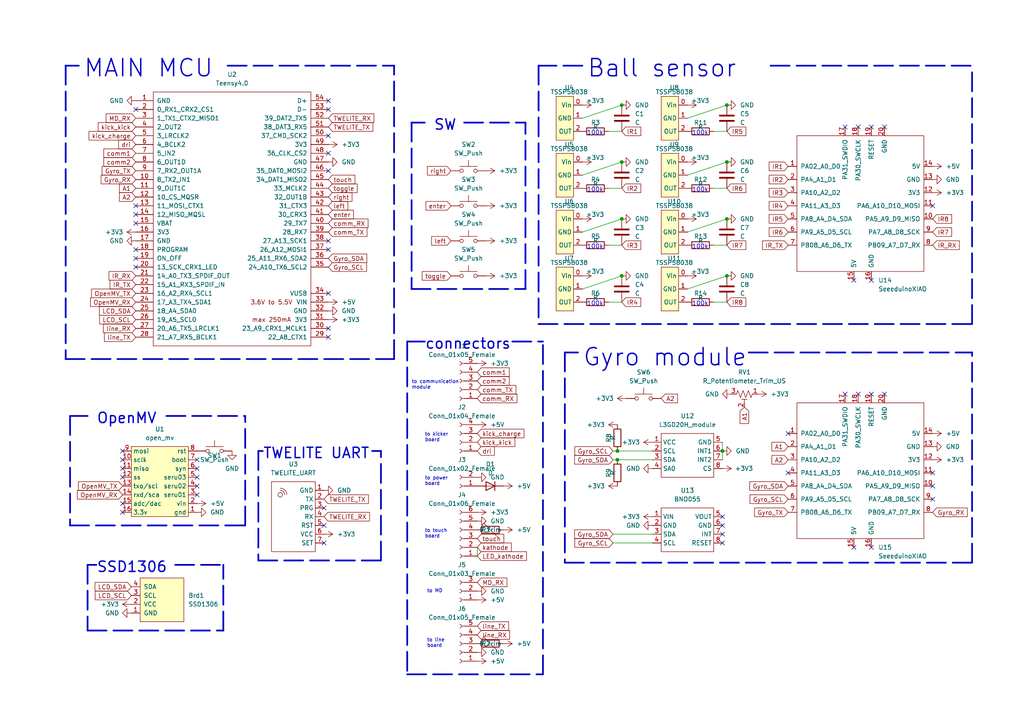
<source format=kicad_sch>
(kicad_sch (version 20211123) (generator eeschema)
  (paper "A4")
  (junction (at 179.07 133.35))
  (junction (at 180.34 46.99))
  (junction (at 210.82 30.48))
  (junction (at 180.34 63.5))
  (junction (at 210.82 46.99))
  (junction (at 179.07 130.81))
  (junction (at 210.82 63.5))
  (junction (at 210.82 80.01))
  (junction (at 209.55 130.81))
  (junction (at 180.34 30.48))
  (junction (at 180.34 80.01))
  (no_connect (at 252.73 158.75))
  (no_connect (at 95.25 49.53))
  (no_connect (at 35.56 133.35))
  (no_connect (at 93.98 157.48))
  (no_connect (at 228.6 125.73))
  (no_connect (at 57.15 133.35))
  (no_connect (at 95.25 31.75))
  (no_connect (at 57.15 135.89))
  (no_connect (at 245.11 36.83))
  (no_connect (at 95.25 29.21))
  (no_connect (at 256.54 36.83))
  (no_connect (at 245.11 114.3))
  (no_connect (at 270.51 144.78))
  (no_connect (at 209.55 149.86))
  (no_connect (at 39.37 59.69))
  (no_connect (at 39.37 72.39))
  (no_connect (at 95.25 95.25))
  (no_connect (at 209.55 152.4))
  (no_connect (at 252.73 36.83))
  (no_connect (at 209.55 154.94))
  (no_connect (at 57.15 140.97))
  (no_connect (at 39.37 74.93))
  (no_connect (at 95.25 69.85))
  (no_connect (at 95.25 44.45))
  (no_connect (at 93.98 152.4))
  (no_connect (at 256.54 114.3))
  (no_connect (at 270.51 137.16))
  (no_connect (at 35.56 146.05))
  (no_connect (at 35.56 148.59))
  (no_connect (at 95.25 39.37))
  (no_connect (at 39.37 62.23))
  (no_connect (at 35.56 135.89))
  (no_connect (at 252.73 81.28))
  (no_connect (at 270.51 140.97))
  (no_connect (at 39.37 77.47))
  (no_connect (at 95.25 97.79))
  (no_connect (at 57.15 138.43))
  (no_connect (at 252.73 114.3))
  (no_connect (at 247.65 158.75))
  (no_connect (at 39.37 64.77))
  (no_connect (at 57.15 143.51))
  (no_connect (at 95.25 85.09))
  (no_connect (at 93.98 147.32))
  (no_connect (at 270.51 59.69))
  (no_connect (at 39.37 31.75))
  (no_connect (at 247.65 81.28))
  (no_connect (at 35.56 138.43))
  (no_connect (at 209.55 157.48))
  (no_connect (at 35.56 130.81))
  (no_connect (at 228.6 137.16))
  (no_connect (at 95.25 72.39))
  (no_connect (at 248.92 114.3))
  (no_connect (at 248.92 36.83))
  (wire (pts (xy 210.82 54.61) (xy 207.01 54.61)))
  (polyline (pts (xy 167.64 102.235) (xy 163.83 102.235)) (stroke (width 0.5)))
  (wire (pts (xy 177.8 157.48) (xy 189.23 157.48)))
  (polyline (pts (xy 64.77 182.88) (xy 64.77 163.83)) (stroke (width 0.5)))
  (wire (pts (xy 180.34 87.63) (xy 176.53 87.63)))
  (wire (pts (xy 209.55 130.81) (xy 209.55 133.35)))
  (polyline (pts (xy 281.94 93.98) (xy 281.94 19.05)) (stroke (width 0.5)))
  (polyline (pts (xy 119.38 83.82) (xy 152.4 83.82)) (stroke (width 0.5)))
  (polyline (pts (xy 20.32 120.65) (xy 20.32 152.4)) (stroke (width 0.5)))
  (polyline (pts (xy 157.48 195.58) (xy 157.48 99.06)) (stroke (width 0.5)))
  (polyline (pts (xy 48.26 120.65) (xy 71.12 120.65)) (stroke (width 0.5)))
  (wire (pts (xy 210.82 71.12) (xy 207.01 71.12)))
  (wire (pts (xy 177.8 130.81) (xy 179.07 130.81)))
  (wire (pts (xy 180.34 38.1) (xy 176.53 38.1)))
  (polyline (pts (xy 76.2 130.81) (xy 74.93 130.81)) (stroke (width 0.5)))
  (wire (pts (xy 177.8 154.94) (xy 189.23 154.94)))
  (wire (pts (xy 210.82 80.01) (xy 199.39 83.82)))
  (wire (pts (xy 138.43 161.29) (xy 138.43 158.75)))
  (polyline (pts (xy 19.05 104.14) (xy 114.3 104.14)) (stroke (width 0.5)))
  (polyline (pts (xy 25.4 120.65) (xy 20.32 120.65)) (stroke (width 0.5)))
  (polyline (pts (xy 148.59 99.06) (xy 157.48 99.06)) (stroke (width 0.5)))
  (wire (pts (xy 209.55 128.27) (xy 209.55 130.81)))
  (polyline (pts (xy 123.19 99.06) (xy 118.11 99.06)) (stroke (width 0.5)))
  (polyline (pts (xy 74.93 130.81) (xy 74.93 162.56)) (stroke (width 0.5)))
  (wire (pts (xy 179.07 130.81) (xy 189.23 130.81)))
  (polyline (pts (xy 74.93 162.56) (xy 110.49 162.56)) (stroke (width 0.5)))
  (polyline (pts (xy 19.05 19.05) (xy 19.05 104.14)) (stroke (width 0.5)))
  (wire (pts (xy 210.82 63.5) (xy 199.39 67.31)))
  (polyline (pts (xy 217.17 102.235) (xy 281.94 102.235)) (stroke (width 0.5)))
  (polyline (pts (xy 152.4 83.82) (xy 152.4 35.56)) (stroke (width 0.5)))
  (polyline (pts (xy 25.4 163.83) (xy 25.4 182.88)) (stroke (width 0.5)))
  (polyline (pts (xy 66.04 19.05) (xy 114.3 19.05)) (stroke (width 0.5)))
  (wire (pts (xy 180.34 71.12) (xy 176.53 71.12)))
  (polyline (pts (xy 119.38 35.56) (xy 123.19 35.56)) (stroke (width 0.5)))
  (wire (pts (xy 210.82 87.63) (xy 207.01 87.63)))
  (polyline (pts (xy 19.05 19.05) (xy 22.86 19.05)) (stroke (width 0.5)))
  (wire (pts (xy 177.8 133.35) (xy 179.07 133.35)))
  (wire (pts (xy 180.34 80.01) (xy 168.91 83.82)))
  (polyline (pts (xy 25.4 182.88) (xy 64.77 182.88)) (stroke (width 0.5)))
  (wire (pts (xy 180.34 46.99) (xy 168.91 50.8)))
  (polyline (pts (xy 134.62 35.56) (xy 152.4 35.56)) (stroke (width 0.5)))
  (polyline (pts (xy 107.95 130.81) (xy 110.49 130.81)) (stroke (width 0.5)))
  (wire (pts (xy 179.07 133.35) (xy 189.23 133.35)))
  (wire (pts (xy 210.82 46.99) (xy 199.39 50.8)))
  (wire (pts (xy 180.34 54.61) (xy 176.53 54.61)))
  (polyline (pts (xy 118.11 195.58) (xy 157.48 195.58)) (stroke (width 0.5)))
  (polyline (pts (xy 119.38 35.56) (xy 119.38 83.82)) (stroke (width 0.5)))
  (polyline (pts (xy 20.32 152.4) (xy 71.12 152.4)) (stroke (width 0.5)))
  (polyline (pts (xy 163.83 102.235) (xy 163.83 163.195)) (stroke (width 0.5)))
  (polyline (pts (xy 168.91 19.05) (xy 156.21 19.05)) (stroke (width 0.5)))
  (polyline (pts (xy 114.3 104.14) (xy 114.3 19.05)) (stroke (width 0.5)))
  (polyline (pts (xy 223.52 19.05) (xy 281.94 19.05)) (stroke (width 0.5)))
  (polyline (pts (xy 110.49 162.56) (xy 110.49 130.81)) (stroke (width 0.5)))
  (polyline (pts (xy 71.12 152.4) (xy 71.12 120.65)) (stroke (width 0.5)))
  (polyline (pts (xy 118.11 99.06) (xy 118.11 195.58)) (stroke (width 0.5)))
  (polyline (pts (xy 163.83 163.195) (xy 281.94 163.195)) (stroke (width 0.5)))
  (wire (pts (xy 210.82 38.1) (xy 207.01 38.1)))
  (polyline (pts (xy 156.21 19.05) (xy 156.21 93.98)) (stroke (width 0.5)))
  (polyline (pts (xy 50.8 163.83) (xy 64.77 163.83)) (stroke (width 0.5)))
  (wire (pts (xy 180.34 30.48) (xy 168.91 34.29)))
  (wire (pts (xy 180.34 63.5) (xy 168.91 67.31)))
  (wire (pts (xy 210.82 30.48) (xy 199.39 34.29)))
  (polyline (pts (xy 281.94 163.195) (xy 281.94 102.235)) (stroke (width 0.5)))
  (polyline (pts (xy 27.94 163.83) (xy 25.4 163.83)) (stroke (width 0.5)))
  (polyline (pts (xy 156.21 93.98) (xy 281.94 93.98)) (stroke (width 0.5)))
  (text "100k" (at 170.18 55.88 0) (effects (font (size 1.27 1.27)) (justify left bottom)))
  (text "100k" (at 200.66 88.9 0) (effects (font (size 1.27 1.27)) (justify left bottom)))
  (text "100k" (at 170.18 39.37 0) (effects (font (size 1.27 1.27)) (justify left bottom)))
  (text "100k" (at 200.66 55.88 0) (effects (font (size 1.27 1.27)) (justify left bottom)))
  (text "connectors" (at 123.19 101.6 0) (effects (font (size 3 3) (thickness 0.4) bold) (justify left bottom)))
  (text "to MD" (at 123.825 172.085 0) (effects (font (size 1 1)) (justify left bottom)))
  (text "TWELITE UART" (at 76.2 133.35 0) (effects (font (size 3 3) (thickness 0.4) bold) (justify left bottom)))
  (text "to kicker\nboard" (at 123.19 128.27 0) (effects (font (size 1 1)) (justify left bottom)))
  (text "100k" (at 170.18 72.39 0) (effects (font (size 1.27 1.27)) (justify left bottom)))
  (text "to power\nboard" (at 123.19 140.97 0) (effects (font (size 1 1)) (justify left bottom)))
  (text "to communication\nmodule" (at 119.38 113.03 0) (effects (font (size 1 1)) (justify left bottom)))
  (text "to line\nboard" (at 123.825 187.96 0) (effects (font (size 1 1)) (justify left bottom)))
  (text "100k" (at 170.18 88.9 0) (effects (font (size 1.27 1.27)) (justify left bottom)))
  (text "100k" (at 200.66 72.39 0) (effects (font (size 1.27 1.27)) (justify left bottom)))
  (text "SSD1306" (at 27.94 166.37 0) (effects (font (size 3 3) (thickness 0.4) bold) (justify left bottom)))
  (text "SW" (at 125.73 38.1 0) (effects (font (size 3 3) (thickness 0.4) bold) (justify left bottom)))
  (text "OpenMV" (at 27.94 123.19 0) (effects (font (size 3 3) (thickness 0.4) bold) (justify left bottom)))
  (text "Gyro module" (at 168.91 106.68 0) (effects (font (size 5 5) (thickness 0.4) bold) (justify left bottom)))
  (text "Ball sensor" (at 170.18 22.86 0) (effects (font (size 5 5) (thickness 0.4) bold) (justify left bottom)))
  (text "MAIN MCU" (at 24.13 22.86 0) (effects (font (size 5 5) (thickness 0.4) bold) (justify left bottom)))
  (text "to touch\nboard" (at 123.19 156.21 0) (effects (font (size 1 1)) (justify left bottom)))
  (text "100k" (at 200.66 39.37 0) (effects (font (size 1.27 1.27)) (justify left bottom)))
  (global_label "Gyro_SDA" (shape input) (at 95.25 74.93 0) (property "Intersheet References" "${INTERSHEET_REFS}" (effects hide)))
  (global_label "A2" (shape input) (at 228.6 133.35 180) (property "Intersheet References" "${INTERSHEET_REFS}" (effects hide)))
  (global_label "LCD_SDA" (shape input) (at 38.1 170.18 180) (property "Intersheet References" "${INTERSHEET_REFS}" (effects hide)))
  (global_label "IR_RX" (shape input) (at 270.51 71.12 0) (property "Intersheet References" "${INTERSHEET_REFS}" (effects hide)))
  (global_label "IR4" (shape input) (at 228.6 59.69 180) (property "Intersheet References" "${INTERSHEET_REFS}" (effects hide)))
  (global_label "LCD_SDA" (shape input) (at 39.37 90.17 180) (property "Intersheet References" "${INTERSHEET_REFS}" (effects hide)))
  (global_label "IR4" (shape input) (at 180.34 87.63 0) (property "Intersheet References" "${INTERSHEET_REFS}" (effects hide)))
  (global_label "right" (shape input) (at 95.25 57.15 0) (property "Intersheet References" "${INTERSHEET_REFS}" (effects hide)))
  (global_label "OpenMV_TX" (shape input) (at 35.56 140.97 180) (property "Intersheet References" "${INTERSHEET_REFS}" (effects hide)))
  (global_label "Gyro_RX" (shape input) (at 39.37 52.07 180) (property "Intersheet References" "${INTERSHEET_REFS}" (effects hide)))
  (global_label "line_RX" (shape input) (at 39.37 95.25 180) (property "Intersheet References" "${INTERSHEET_REFS}" (effects hide)))
  (global_label "IR1" (shape input) (at 180.34 38.1 0) (property "Intersheet References" "${INTERSHEET_REFS}" (effects hide)))
  (global_label "A1" (shape input) (at 39.37 54.61 180) (property "Intersheet References" "${INTERSHEET_REFS}" (effects hide)))
  (global_label "toggle" (shape input) (at 130.81 80.01 180) (property "Intersheet References" "${INTERSHEET_REFS}" (effects hide)))
  (global_label "TWELITE_TX" (shape input) (at 93.98 144.78 0) (property "Intersheet References" "${INTERSHEET_REFS}" (effects hide)))
  (global_label "IR3" (shape input) (at 228.6 55.88 180) (property "Intersheet References" "${INTERSHEET_REFS}" (effects hide)))
  (global_label "IR6" (shape input) (at 228.6 67.31 180) (property "Intersheet References" "${INTERSHEET_REFS}" (effects hide)))
  (global_label "comm1" (shape input) (at 39.37 44.45 180) (property "Intersheet References" "${INTERSHEET_REFS}" (effects hide)))
  (global_label "left" (shape input) (at 95.25 59.69 0) (property "Intersheet References" "${INTERSHEET_REFS}" (effects hide)))
  (global_label "comm2" (shape input) (at 138.43 110.49 0) (property "Intersheet References" "${INTERSHEET_REFS}" (effects hide)))
  (global_label "A1" (shape input) (at 215.9 118.11 270) (property "Intersheet References" "${INTERSHEET_REFS}" (effects hide)))
  (global_label "comm_RX" (shape input) (at 95.25 64.77 0) (property "Intersheet References" "${INTERSHEET_REFS}" (effects hide)))
  (global_label "OpenMV_TX" (shape input) (at 39.37 85.09 180) (property "Intersheet References" "${INTERSHEET_REFS}" (effects hide)))
  (global_label "IR8" (shape input) (at 210.82 87.63 0) (property "Intersheet References" "${INTERSHEET_REFS}" (effects hide)))
  (global_label "Gyro_RX" (shape input) (at 270.51 148.59 0) (property "Intersheet References" "${INTERSHEET_REFS}" (effects hide)))
  (global_label "TWELITE_RX" (shape input) (at 93.98 149.86 0) (property "Intersheet References" "${INTERSHEET_REFS}" (effects hide)))
  (global_label "enter" (shape input) (at 95.25 62.23 0) (property "Intersheet References" "${INTERSHEET_REFS}" (effects hide)))
  (global_label "MD_RX" (shape input) (at 39.37 34.29 180) (property "Intersheet References" "${INTERSHEET_REFS}" (effects hide)))
  (global_label "Gyro_SDA" (shape input) (at 228.6 140.97 180) (property "Intersheet References" "${INTERSHEET_REFS}" (effects hide)))
  (global_label "A2" (shape input) (at 191.77 115.57 0) (property "Intersheet References" "${INTERSHEET_REFS}" (effects hide)))
  (global_label "Gyro_SDA" (shape input) (at 177.8 154.94 180) (property "Intersheet References" "${INTERSHEET_REFS}" (effects hide)))
  (global_label "IR_TX" (shape input) (at 39.37 82.55 180) (property "Intersheet References" "${INTERSHEET_REFS}" (effects hide)))
  (global_label "IR8" (shape input) (at 270.51 63.5 0) (property "Intersheet References" "${INTERSHEET_REFS}" (effects hide)))
  (global_label "right" (shape input) (at 130.81 49.53 180) (property "Intersheet References" "${INTERSHEET_REFS}" (effects hide)))
  (global_label "IR6" (shape input) (at 210.82 54.61 0) (property "Intersheet References" "${INTERSHEET_REFS}" (effects hide)))
  (global_label "Gyro_SDA" (shape input) (at 177.8 133.35 180) (property "Intersheet References" "${INTERSHEET_REFS}" (effects hide)))
  (global_label "enter" (shape input) (at 130.81 59.69 180) (property "Intersheet References" "${INTERSHEET_REFS}" (effects hide)))
  (global_label "IR7" (shape input) (at 270.51 67.31 0) (property "Intersheet References" "${INTERSHEET_REFS}" (effects hide)))
  (global_label "IR2" (shape input) (at 180.34 54.61 0) (property "Intersheet References" "${INTERSHEET_REFS}" (effects hide)))
  (global_label "comm2" (shape input) (at 39.37 46.99 180) (property "Intersheet References" "${INTERSHEET_REFS}" (effects hide)))
  (global_label "IR5" (shape input) (at 210.82 38.1 0) (property "Intersheet References" "${INTERSHEET_REFS}" (effects hide)))
  (global_label "dri" (shape input) (at 138.43 130.81 0) (property "Intersheet References" "${INTERSHEET_REFS}" (effects hide)))
  (global_label "comm_TX" (shape input) (at 138.43 113.03 0) (property "Intersheet References" "${INTERSHEET_REFS}" (effects hide)))
  (global_label "touch" (shape input) (at 95.25 52.07 0) (property "Intersheet References" "${INTERSHEET_REFS}" (effects hide)))
  (global_label "dri" (shape input) (at 39.37 41.91 180) (property "Intersheet References" "${INTERSHEET_REFS}" (effects hide)))
  (global_label "IR3" (shape input) (at 180.34 71.12 0) (property "Intersheet References" "${INTERSHEET_REFS}" (effects hide)))
  (global_label "LED_kathode" (shape input) (at 138.43 161.29 0) (property "Intersheet References" "${INTERSHEET_REFS}" (effects hide)))
  (global_label "touch" (shape input) (at 138.43 156.21 0) (property "Intersheet References" "${INTERSHEET_REFS}" (effects hide)))
  (global_label "IR5" (shape input) (at 228.6 63.5 180) (property "Intersheet References" "${INTERSHEET_REFS}" (effects hide)))
  (global_label "TWELITE_RX" (shape input) (at 95.25 34.29 0) (property "Intersheet References" "${INTERSHEET_REFS}" (effects hide)))
  (global_label "IR_RX" (shape input) (at 39.37 80.01 180) (property "Intersheet References" "${INTERSHEET_REFS}" (effects hide)))
  (global_label "toggle" (shape input) (at 95.25 54.61 0) (property "Intersheet References" "${INTERSHEET_REFS}" (effects hide)))
  (global_label "comm_TX" (shape input) (at 95.25 67.31 0) (property "Intersheet References" "${INTERSHEET_REFS}" (effects hide)))
  (global_label "kick_charge" (shape input) (at 39.37 39.37 180) (property "Intersheet References" "${INTERSHEET_REFS}" (effects hide)))
  (global_label "kathode" (shape input) (at 138.43 158.75 0) (property "Intersheet References" "${INTERSHEET_REFS}" (effects hide)))
  (global_label "kick_charge" (shape input) (at 138.43 125.73 0) (property "Intersheet References" "${INTERSHEET_REFS}" (effects hide)))
  (global_label "Gyro_TX" (shape input) (at 39.37 49.53 180) (property "Intersheet References" "${INTERSHEET_REFS}" (effects hide)))
  (global_label "Gyro_SCL" (shape input) (at 177.8 130.81 180) (property "Intersheet References" "${INTERSHEET_REFS}" (effects hide)))
  (global_label "Gyro_TX" (shape input) (at 228.6 148.59 180) (property "Intersheet References" "${INTERSHEET_REFS}" (effects hide)))
  (global_label "IR7" (shape input) (at 210.82 71.12 0) (property "Intersheet References" "${INTERSHEET_REFS}" (effects hide)))
  (global_label "OpenMV_RX" (shape input) (at 35.56 143.51 180) (property "Intersheet References" "${INTERSHEET_REFS}" (effects hide)))
  (global_label "line_RX" (shape input) (at 138.43 184.15 0) (property "Intersheet References" "${INTERSHEET_REFS}" (effects hide)))
  (global_label "A1" (shape input) (at 228.6 129.54 180) (property "Intersheet References" "${INTERSHEET_REFS}" (effects hide)))
  (global_label "IR_TX" (shape input) (at 228.6 71.12 180) (property "Intersheet References" "${INTERSHEET_REFS}" (effects hide)))
  (global_label "LCD_SCL" (shape input) (at 39.37 92.71 180) (property "Intersheet References" "${INTERSHEET_REFS}" (effects hide)))
  (global_label "line_TX" (shape input) (at 39.37 97.79 180) (property "Intersheet References" "${INTERSHEET_REFS}" (effects hide)))
  (global_label "IR2" (shape input) (at 228.6 52.07 180) (property "Intersheet References" "${INTERSHEET_REFS}" (effects hide)))
  (global_label "OpenMV_RX" (shape input) (at 39.37 87.63 180) (property "Intersheet References" "${INTERSHEET_REFS}" (effects hide)))
  (global_label "Gyro_SCL" (shape input) (at 177.8 157.48 180) (property "Intersheet References" "${INTERSHEET_REFS}" (effects hide)))
  (global_label "TWELITE_TX" (shape input) (at 95.25 36.83 0) (property "Intersheet References" "${INTERSHEET_REFS}" (effects hide)))
  (global_label "comm1" (shape input) (at 138.43 107.95 0) (property "Intersheet References" "${INTERSHEET_REFS}" (effects hide)))
  (global_label "comm_RX" (shape input) (at 138.43 115.57 0) (property "Intersheet References" "${INTERSHEET_REFS}" (effects hide)))
  (global_label "line_TX" (shape input) (at 138.43 181.61 0) (property "Intersheet References" "${INTERSHEET_REFS}" (effects hide)))
  (global_label "A2" (shape input) (at 39.37 57.15 180) (property "Intersheet References" "${INTERSHEET_REFS}" (effects hide)))
  (global_label "IR1" (shape input) (at 228.6 48.26 180) (property "Intersheet References" "${INTERSHEET_REFS}" (effects hide)))
  (global_label "Gyro_SCL" (shape input) (at 95.25 77.47 0) (property "Intersheet References" "${INTERSHEET_REFS}" (effects hide)))
  (global_label "Gyro_SCL" (shape input) (at 228.6 144.78 180) (property "Intersheet References" "${INTERSHEET_REFS}" (effects hide)))
  (global_label "left" (shape input) (at 130.81 69.85 180) (property "Intersheet References" "${INTERSHEET_REFS}" (effects hide)))
  (global_label "kick_kick" (shape input) (at 39.37 36.83 180) (property "Intersheet References" "${INTERSHEET_REFS}" (effects hide)))
  (global_label "LCD_SCL" (shape input) (at 38.1 172.72 180) (property "Intersheet References" "${INTERSHEET_REFS}" (effects hide)))
  (global_label "MD_RX" (shape input) (at 138.43 168.91 0) (property "Intersheet References" "${INTERSHEET_REFS}" (effects hide)))
  (global_label "kick_kick" (shape input) (at 138.43 128.27 0) (property "Intersheet References" "${INTERSHEET_REFS}" (effects hide)))
  (symbol (lib_id "power:+3V3") (at 179.07 123.19 90) (unit 1)
    (property "Reference" "#PWR0107" (effects hide))
    (property "Value" "+3V3" (at 170.18 123.19 90) (effects (justify right)))
  )
  (symbol (lib_id "L3GD20H_Module_KiCad6.0:L3GD20H_module") (at 199.39 133.35 0) (unit 1)
    (property "Reference" "U12" (at 199.39 120.65 0))
    (property "Value" "L3GD20H_module" (at 199.39 123.19 0))
    (property "Footprint" "L3GD20H_Module:L3GD20H_Module_KiCad6.0" (effects hide))
  )
  (symbol (lib_id "Device:C") (at 180.34 34.29 0) (unit 1)
    (property "Reference" "C1" (at 184.15 33.0199 0) (effects (justify left)))
    (property "Value" "C" (at 184.15 35.5599 0) (effects (justify left)))
    (property "Footprint" "Capacitor_THT:C_Disc_D3.4mm_W2.1mm_P2.50mm" (effects hide))
  )
  (symbol (lib_id "open_mv:open_mv") (at 46.99 129.54 0) (unit 1)
    (property "Reference" "U1" (at 46.355 124.46 0))
    (property "Value" "open_mv" (at 46.355 127 0))
    (property "Footprint" "OpenMV:OpenMV" (effects hide))
  )
  (symbol (lib_id "power:+3V3") (at 270.51 133.35 270) (unit 1)
    (property "Reference" "#PWR0118" (effects hide))
    (property "Value" "+3V3" (at 274.32 133.3499 90) (effects (justify left)))
  )
  (symbol (lib_id "power:GND") (at 210.82 46.99 90) (unit 1)
    (property "Reference" "#PWR0130" (effects hide))
    (property "Value" "GND" (at 214.63 46.9899 90) (effects (justify right)))
  )
  (symbol (lib_id "Seeeduino XIAO:SeeeduinoXIAO") (at 250.19 59.69 0) (unit 1)
    (property "Reference" "U14" (at 254.7494 81.28 0) (effects (justify left)))
    (property "Value" "SeeeduinoXIAO" (at 254.7494 83.82 0) (effects (justify left)))
    (property "Footprint" "Seeeduino_Xiao:seeeduinoXIAO" (effects hide))
  )
  (symbol (lib_id "TSSP58038:TSSP58038") (at 196.85 34.29 90) (unit 1)
    (property "Reference" "U8" (at 195.58 25.4 90))
    (property "Value" "TSSP58038" (at 195.58 26.67 90))
    (property "Footprint" "TSSP58038:TSSP58038" (effects hide))
  )
  (symbol (lib_id "SSD1306-128x64_OLED:SSD1306") (at 46.99 173.99 90) (unit 1)
    (property "Reference" "Brd1" (at 54.61 172.7199 90) (effects (justify right)))
    (property "Value" "SSD1306" (at 54.61 175.2599 90) (effects (justify right)))
    (property "Footprint" "Connector_PinSocket_2.54mm:PinSocket_1x04_P2.54mm_Vertical" (effects hide))
  )
  (symbol (lib_id "power:GND") (at 95.25 46.99 90) (unit 1)
    (property "Reference" "#PWR0141" (effects hide))
    (property "Value" "GND" (at 99.06 46.9899 90) (effects (justify right)))
  )
  (symbol (lib_id "TSSP58038:TSSP58038") (at 196.85 50.8 90) (unit 1)
    (property "Reference" "U9" (at 195.58 41.91 90))
    (property "Value" "TSSP58038" (at 195.58 43.18 90))
    (property "Footprint" "TSSP58038:TSSP58038" (effects hide))
  )
  (symbol (lib_id "Switch:SW_Push") (at 135.89 80.01 0) (unit 1)
    (property "Reference" "SW5" (at 135.89 72.39 0))
    (property "Value" "SW_Push" (at 135.89 74.93 0))
    (property "Footprint" "Connector_PinHeader_2.54mm:PinHeader_1x02_P2.54mm_Vertical" (effects hide))
  )
  (symbol (lib_id "power:+3V3") (at 138.43 148.59 270) (unit 1)
    (property "Reference" "#PWR0164" (effects hide))
    (property "Value" "+3V3" (at 142.24 148.5899 90) (effects (justify left)))
  )
  (symbol (lib_id "power:+3V3") (at 95.25 92.71 270) (unit 1)
    (property "Reference" "#PWR0144" (effects hide))
    (property "Value" "+3V3" (at 99.06 92.7099 90) (effects (justify left)))
  )
  (symbol (lib_id "Switch:SW_Push") (at 135.89 69.85 0) (unit 1)
    (property "Reference" "SW4" (at 135.89 62.23 0))
    (property "Value" "SW_Push" (at 135.89 64.77 0))
    (property "Footprint" "Button_Switch_THT:SW_PUSH_6mm_H7.3mm" (effects hide))
  )
  (symbol (lib_id "Switch:SW_Push") (at 135.89 49.53 0) (unit 1)
    (property "Reference" "SW2" (at 135.89 41.91 0))
    (property "Value" "SW_Push" (at 135.89 44.45 0))
    (property "Footprint" "Button_Switch_THT:SW_PUSH_6mm_H7.3mm" (effects hide))
  )
  (symbol (lib_id "power:+3V3") (at 138.43 105.41 270) (unit 1)
    (property "Reference" "#PWR0109" (effects hide))
    (property "Value" "+3V3" (at 142.24 105.4099 90) (effects (justify left)))
  )
  (symbol (lib_id "Device:R") (at 172.72 71.12 90) (unit 1)
    (property "Reference" "R5" (at 172.72 68.58 90))
    (property "Value" "R" (at 172.72 69.85 90))
    (property "Footprint" "Resistor_THT:R_Axial_DIN0207_L6.3mm_D2.5mm_P7.62mm_Horizontal" (effects hide))
  )
  (symbol (lib_id "power:+3V3") (at 140.97 80.01 270) (unit 1)
    (property "Reference" "#PWR0154" (effects hide))
    (property "Value" "+3V3" (at 144.78 80.0099 90) (effects (justify left)))
  )
  (symbol (lib_id "power:GND") (at 210.82 80.01 90) (unit 1)
    (property "Reference" "#PWR0135" (effects hide))
    (property "Value" "GND" (at 214.63 80.0099 90) (effects (justify right)))
  )
  (symbol (lib_id "Device:R") (at 203.2 87.63 90) (unit 1)
    (property "Reference" "R14" (at 203.2 85.09 90))
    (property "Value" "R" (at 203.2 86.36 90))
    (property "Footprint" "Resistor_THT:R_Axial_DIN0207_L6.3mm_D2.5mm_P7.62mm_Horizontal" (effects hide))
  )
  (symbol (lib_id "power:+3V3") (at 199.39 80.01 270) (unit 1)
    (property "Reference" "#PWR0134" (effects hide))
    (property "Value" "+3V3" (at 205.74 78.74 90) (effects (justify right)))
  )
  (symbol (lib_id "Connector:Conn_01x02_Female") (at 133.35 140.97 180) (unit 1)
    (property "Reference" "J3" (at 133.985 133.35 0))
    (property "Value" "Conn_01x02_Female" (at 133.985 135.89 0))
    (property "Footprint" "Connector_JST:JST_XH_B2B-XH-A_1x02_P2.50mm_Vertical" (effects hide))
  )
  (symbol (lib_id "Device:R") (at 203.2 38.1 90) (unit 1)
    (property "Reference" "R11" (at 203.2 35.56 90))
    (property "Value" "R" (at 203.2 36.83 90))
    (property "Footprint" "Resistor_THT:R_Axial_DIN0207_L6.3mm_D2.5mm_P7.62mm_Horizontal" (effects hide))
  )
  (symbol (lib_id "Device:R") (at 172.72 54.61 90) (unit 1)
    (property "Reference" "R4" (at 172.72 52.07 90))
    (property "Value" "R" (at 172.72 53.34 90))
    (property "Footprint" "Resistor_THT:R_Axial_DIN0207_L6.3mm_D2.5mm_P7.62mm_Horizontal" (effects hide))
  )
  (symbol (lib_id "Device:C") (at 210.82 83.82 0) (unit 1)
    (property "Reference" "C8" (at 214.63 82.5499 0) (effects (justify left)))
    (property "Value" "C" (at 214.63 85.0899 0) (effects (justify left)))
    (property "Footprint" "Capacitor_THT:C_Disc_D3.4mm_W2.1mm_P2.50mm" (effects hide))
  )
  (symbol (lib_id "Device:R_Trim") (at 142.24 153.67 90) (unit 1)
    (property "Reference" "R1" (at 140.97 153.67 90))
    (property "Value" "R_Trim" (at 142.24 153.67 90))
    (property "Footprint" "可変抵抗:可変抵抗" (effects hide))
  )
  (symbol (lib_id "Switch:SW_Push") (at 135.89 59.69 0) (unit 1)
    (property "Reference" "SW3" (at 135.89 52.07 0))
    (property "Value" "SW_Push" (at 135.89 54.61 0))
    (property "Footprint" "Button_Switch_THT:SW_PUSH_6mm_H7.3mm" (effects hide))
  )
  (symbol (lib_id "power:+5V") (at 146.05 153.67 270) (unit 1)
    (property "Reference" "#PWR0160" (effects hide))
    (property "Value" "+5V" (at 149.86 153.6699 90) (effects (justify left)))
  )
  (symbol (lib_id "power:+3V3") (at 38.1 175.26 90) (unit 1)
    (property "Reference" "#PWR0149" (effects hide))
    (property "Value" "+3V3" (at 29.21 175.26 90) (effects (justify right)))
  )
  (symbol (lib_id "Device:R_Trim") (at 142.24 186.69 90) (unit 1)
    (property "Reference" "R2" (at 140.97 186.69 90))
    (property "Value" "R_Trim" (at 142.24 186.69 90))
    (property "Footprint" "可変抵抗:可変抵抗" (effects hide))
  )
  (symbol (lib_id "Connector:Conn_01x06_Female") (at 133.35 156.21 180) (unit 1)
    (property "Reference" "J4" (at 133.985 143.51 0))
    (property "Value" "Conn_01x06_Female" (at 133.985 146.05 0))
    (property "Footprint" "Connector_JST:JST_XH_B6B-XH-A_1x06_P2.50mm_Vertical" (effects hide))
  )
  (symbol (lib_id "power:GND") (at 210.82 30.48 90) (unit 1)
    (property "Reference" "#PWR0129" (effects hide))
    (property "Value" "GND" (at 214.63 30.4799 90) (effects (justify right)))
  )
  (symbol (lib_id "Device:D") (at 142.24 140.97 180) (unit 1)
    (property "Reference" "D1" (at 142.24 134.62 0))
    (property "Value" "D" (at 142.24 137.16 0))
    (property "Footprint" "Diode_THT:D_5W_P12.70mm_Horizontal" (effects hide))
  )
  (symbol (lib_id "Device:R") (at 179.07 127 180) (unit 1)
    (property "Reference" "R8" (at 176.53 127 90))
    (property "Value" "R" (at 177.8 127 90))
    (property "Footprint" "Resistor_THT:R_Axial_DIN0207_L6.3mm_D2.5mm_P7.62mm_Horizontal" (effects hide))
  )
  (symbol (lib_id "Device:R") (at 172.72 87.63 90) (unit 1)
    (property "Reference" "R6" (at 172.72 85.09 90))
    (property "Value" "R" (at 172.72 86.36 90))
    (property "Footprint" "Resistor_THT:R_Axial_DIN0207_L6.3mm_D2.5mm_P7.62mm_Horizontal" (effects hide))
  )
  (symbol (lib_id "power:GND") (at 138.43 138.43 90) (unit 1)
    (property "Reference" "#PWR0158" (effects hide))
    (property "Value" "GND" (at 142.24 138.4299 90) (effects (justify right)))
  )
  (symbol (lib_id "power:GND") (at 39.37 69.85 270) (unit 1)
    (property "Reference" "#PWR0136" (effects hide))
    (property "Value" "GND" (at 31.75 69.85 90) (effects (justify left)))
  )
  (symbol (lib_id "power:+3V3") (at 179.07 140.97 90) (unit 1)
    (property "Reference" "#PWR0110" (effects hide))
    (property "Value" "+3V3" (at 170.18 140.97 90) (effects (justify right)))
  )
  (symbol (lib_id "power:GND") (at 93.98 142.24 90) (unit 1)
    (property "Reference" "#PWR0139" (effects hide))
    (property "Value" "GND" (at 97.79 142.2399 90) (effects (justify right)))
  )
  (symbol (lib_id "Switch:SW_Push") (at 62.23 130.81 0) (unit 1)
    (property "Reference" "SW1" (at 62.23 132.08 0))
    (property "Value" "SW_Push" (at 62.23 133.35 0))
    (property "Footprint" "Button_Switch_THT:SW_PUSH_6mm_H7.3mm" (effects hide))
  )
  (symbol (lib_id "Device:C") (at 180.34 50.8 0) (unit 1)
    (property "Reference" "C2" (at 184.15 49.5299 0) (effects (justify left)))
    (property "Value" "C" (at 184.15 52.0699 0) (effects (justify left)))
    (property "Footprint" "Capacitor_THT:C_Disc_D3.4mm_W2.1mm_P2.50mm" (effects hide))
  )
  (symbol (lib_id "power:+3V3") (at 181.61 115.57 90) (unit 1)
    (property "Reference" "#PWR0105" (effects hide))
    (property "Value" "+3V3" (at 172.72 115.57 90) (effects (justify right)))
  )
  (symbol (lib_id "power:GND") (at 209.55 130.81 90) (unit 1)
    (property "Reference" "#PWR0115" (effects hide))
    (property "Value" "GND" (at 213.36 130.8099 90) (effects (justify right)))
  )
  (symbol (lib_id "Device:C") (at 180.34 83.82 0) (unit 1)
    (property "Reference" "C4" (at 184.15 82.5499 0) (effects (justify left)))
    (property "Value" "C" (at 184.15 85.0899 0) (effects (justify left)))
    (property "Footprint" "Capacitor_THT:C_Disc_D3.4mm_W2.1mm_P2.50mm" (effects hide))
  )
  (symbol (lib_id "Device:C") (at 210.82 34.29 0) (unit 1)
    (property "Reference" "C5" (at 214.63 33.0199 0) (effects (justify left)))
    (property "Value" "C" (at 214.63 35.5599 0) (effects (justify left)))
    (property "Footprint" "Capacitor_THT:C_Disc_D3.4mm_W2.1mm_P2.50mm" (effects hide))
  )
  (symbol (lib_id "power:+3V3") (at 270.51 55.88 270) (unit 1)
    (property "Reference" "#PWR0101" (effects hide))
    (property "Value" "+3V3" (at 274.32 55.8799 90) (effects (justify left)))
  )
  (symbol (lib_id "power:+5V") (at 270.51 125.73 270) (unit 1)
    (property "Reference" "#PWR0119" (effects hide))
    (property "Value" "+5V" (at 274.32 125.7299 90) (effects (justify left)))
  )
  (symbol (lib_id "power:GND") (at 180.34 63.5 90) (unit 1)
    (property "Reference" "#PWR0125" (effects hide))
    (property "Value" "GND" (at 184.15 63.4999 90) (effects (justify right)))
  )
  (symbol (lib_id "power:GND") (at 189.23 152.4 270) (unit 1)
    (property "Reference" "#PWR0112" (effects hide))
    (property "Value" "GND" (at 181.61 152.4 90) (effects (justify left)))
  )
  (symbol (lib_id "power:GND") (at 180.34 80.01 90) (unit 1)
    (property "Reference" "#PWR0121" (effects hide))
    (property "Value" "GND" (at 184.15 80.0099 90) (effects (justify right)))
  )
  (symbol (lib_id "power:+3V3") (at 168.91 63.5 270) (unit 1)
    (property "Reference" "#PWR0126" (effects hide))
    (property "Value" "+3V3" (at 175.26 62.23 90) (effects (justify right)))
  )
  (symbol (lib_id "power:+3V3") (at 140.97 49.53 270) (unit 1)
    (property "Reference" "#PWR0147" (effects hide))
    (property "Value" "+3V3" (at 144.78 49.5299 90) (effects (justify left)))
  )
  (symbol (lib_id "Device:C") (at 210.82 50.8 0) (unit 1)
    (property "Reference" "C6" (at 214.63 49.5299 0) (effects (justify left)))
    (property "Value" "C" (at 214.63 52.0699 0) (effects (justify left)))
    (property "Footprint" "Capacitor_THT:C_Disc_D3.4mm_W2.1mm_P2.50mm" (effects hide))
  )
  (symbol (lib_id "TSSP58038:TSSP58038") (at 196.85 67.31 90) (unit 1)
    (property "Reference" "U10" (at 195.58 58.42 90))
    (property "Value" "TSSP58038" (at 195.58 59.69 90))
    (property "Footprint" "TSSP58038:TSSP58038" (effects hide))
  )
  (symbol (lib_id "Connector:Conn_01x04_Female") (at 133.35 128.27 180) (unit 1)
    (property "Reference" "J2" (at 133.985 118.11 0))
    (property "Value" "Conn_01x04_Female" (at 133.985 120.65 0))
    (property "Footprint" "Connector_JST:JST_XH_B4B-XH-A_1x04_P2.50mm_Vertical" (effects hide))
  )
  (symbol (lib_id "power:+3V3") (at 168.91 46.99 270) (unit 1)
    (property "Reference" "#PWR0122" (effects hide))
    (property "Value" "+3V3" (at 175.26 45.72 90) (effects (justify right)))
  )
  (symbol (lib_id "power:+3V3") (at 95.25 41.91 270) (unit 1)
    (property "Reference" "#PWR0142" (effects hide))
    (property "Value" "+3V3" (at 99.06 41.9099 90) (effects (justify left)))
  )
  (symbol (lib_id "TSSP58038:TSSP58038") (at 166.37 83.82 90) (unit 1)
    (property "Reference" "U7" (at 165.1 74.93 90))
    (property "Value" "TSSP58038" (at 165.1 76.2 90))
    (property "Footprint" "TSSP58038:TSSP58038" (effects hide))
  )
  (symbol (lib_id "power:GND") (at 270.51 52.07 90) (unit 1)
    (property "Reference" "#PWR0102" (effects hide))
    (property "Value" "GND" (at 274.32 52.0699 90) (effects (justify right)))
  )
  (symbol (lib_id "power:+5V") (at 138.43 173.99 270) (unit 1)
    (property "Reference" "#PWR0162" (effects hide))
    (property "Value" "+5V" (at 142.24 173.9899 90) (effects (justify left)))
  )
  (symbol (lib_id "power:+3V3") (at 39.37 67.31 90) (unit 1)
    (property "Reference" "#PWR0137" (effects hide))
    (property "Value" "+3V3" (at 30.48 67.31 90) (effects (justify right)))
  )
  (symbol (lib_id "Device:C") (at 210.82 67.31 0) (unit 1)
    (property "Reference" "C7" (at 214.63 66.0399 0) (effects (justify left)))
    (property "Value" "C" (at 214.63 68.5799 0) (effects (justify left)))
    (property "Footprint" "Capacitor_THT:C_Disc_D3.4mm_W2.1mm_P2.50mm" (effects hide))
  )
  (symbol (lib_id "power:+5V") (at 270.51 48.26 270) (unit 1)
    (property "Reference" "#PWR0103" (effects hide))
    (property "Value" "+5V" (at 274.32 48.2599 90) (effects (justify left)))
  )
  (symbol (lib_id "power:+3V3") (at 199.39 63.5 270) (unit 1)
    (property "Reference" "#PWR0133" (effects hide))
    (property "Value" "+3V3" (at 205.74 62.23 90) (effects (justify right)))
  )
  (symbol (lib_id "Seeeduino XIAO:SeeeduinoXIAO") (at 250.19 137.16 0) (unit 1)
    (property "Reference" "U15" (at 254.7494 158.75 0) (effects (justify left)))
    (property "Value" "SeeeduinoXIAO" (at 254.7494 161.29 0) (effects (justify left)))
    (property "Footprint" "Seeeduino_Xiao:seeeduinoXIAO" (effects hide))
  )
  (symbol (lib_id "power:GND") (at 67.31 130.81 0) (unit 1)
    (property "Reference" "#PWR0148" (effects hide))
    (property "Value" "GND" (at 67.31 135.89 0))
  )
  (symbol (lib_id "power:+3V3") (at 209.55 135.89 270) (unit 1)
    (property "Reference" "#PWR0116" (effects hide))
    (property "Value" "+3V3" (at 218.44 135.89 90) (effects (justify right)))
  )
  (symbol (lib_id "TSSP58038:TSSP58038") (at 166.37 34.29 90) (unit 1)
    (property "Reference" "U4" (at 165.1 25.4 90))
    (property "Value" "TSSP58038" (at 165.1 26.67 90))
    (property "Footprint" "TSSP58038:TSSP58038" (effects hide))
  )
  (symbol (lib_id "power:+3V3") (at 189.23 149.86 90) (unit 1)
    (property "Reference" "#PWR0111" (effects hide))
    (property "Value" "+3V3" (at 180.34 149.86 90) (effects (justify right)))
  )
  (symbol (lib_id "power:+3V3") (at 93.98 154.94 270) (unit 1)
    (property "Reference" "#PWR0140" (effects hide))
    (property "Value" "+3V3" (at 97.79 154.9399 90) (effects (justify left)))
  )
  (symbol (lib_id "Connector:Conn_01x05_Female") (at 133.35 110.49 180) (unit 1)
    (property "Reference" "J1" (at 133.985 100.33 0))
    (property "Value" "Conn_01x05_Female" (at 133.985 102.87 0))
    (property "Footprint" "Connector_JST:JST_XH_B5B-XH-A_1x05_P2.50mm_Vertical" (effects hide))
  )
  (symbol (lib_id "power:GND") (at 138.43 171.45 90) (unit 1)
    (property "Reference" "#PWR0161" (effects hide))
    (property "Value" "GND" (at 142.24 171.4499 90) (effects (justify right)))
  )
  (symbol (lib_id "power:GND") (at 38.1 177.8 270) (unit 1)
    (property "Reference" "#PWR0150" (effects hide))
    (property "Value" "GND" (at 30.48 177.8 90) (effects (justify left)))
  )
  (symbol (lib_id "Device:R_Potentiometer_Trim_US") (at 215.9 114.3 270) (unit 1)
    (property "Reference" "RV1" (at 215.9 107.95 90))
    (property "Value" "R_Potentiometer_Trim_US" (at 215.9 110.49 90))
    (property "Footprint" "可変抵抗:可変抵抗" (effects hide))
  )
  (symbol (lib_id "Connector:Conn_01x03_Female") (at 133.35 171.45 180) (unit 1)
    (property "Reference" "J5" (at 133.985 163.83 0))
    (property "Value" "Conn_01x03_Female" (at 133.985 166.37 0))
    (property "Footprint" "Connector_JST:JST_XH_B3B-XH-A_1x03_P2.50mm_Vertical" (effects hide))
  )
  (symbol (lib_id "power:+3V3") (at 199.39 30.48 270) (unit 1)
    (property "Reference" "#PWR0132" (effects hide))
    (property "Value" "+3V3" (at 205.74 29.21 90) (effects (justify right)))
  )
  (symbol (lib_id "Device:R") (at 203.2 71.12 90) (unit 1)
    (property "Reference" "R13" (at 203.2 68.58 90))
    (property "Value" "R" (at 203.2 69.85 90))
    (property "Footprint" "Resistor_THT:R_Axial_DIN0207_L6.3mm_D2.5mm_P7.62mm_Horizontal" (effects hide))
  )
  (symbol (lib_id "TSSP58038:TSSP58038") (at 196.85 83.82 90) (unit 1)
    (property "Reference" "U11" (at 195.58 74.93 90))
    (property "Value" "TSSP58038" (at 195.58 76.2 90))
    (property "Footprint" "TSSP58038:TSSP58038" (effects hide))
  )
  (symbol (lib_id "power:+5V") (at 146.05 140.97 270) (unit 1)
    (property "Reference" "#PWR0159" (effects hide))
    (property "Value" "+5V" (at 149.86 140.9699 90) (effects (justify left)))
  )
  (symbol (lib_id "power:GND") (at 189.23 135.89 270) (unit 1)
    (property "Reference" "#PWR0108" (effects hide))
    (property "Value" "GND" (at 181.61 135.89 90) (effects (justify left)))
  )
  (symbol (lib_id "BNO055 new:BNO055") (at 199.39 144.78 0) (unit 1)
    (property "Reference" "U13" (at 199.39 142.24 0))
    (property "Value" "BNO055" (at 199.39 144.78 0))
    (property "Footprint" "BNO055:BNO055" (effects hide))
  )
  (symbol (lib_id "power:GND") (at 138.43 151.13 90) (unit 1)
    (property "Reference" "#PWR0163" (effects hide))
    (property "Value" "GND" (at 142.24 151.1299 90) (effects (justify right)))
  )
  (symbol (lib_id "power:+3V3") (at 168.91 80.01 270) (unit 1)
    (property "Reference" "#PWR0123" (effects hide))
    (property "Value" "+3V3" (at 175.26 78.74 90) (effects (justify right)))
  )
  (symbol (lib_id "power:GND") (at 270.51 129.54 90) (unit 1)
    (property "Reference" "#PWR0120" (effects hide))
    (property "Value" "GND" (at 274.32 129.5399 90) (effects (justify right)))
  )
  (symbol (lib_id "power:GND") (at 39.37 29.21 270) (unit 1)
    (property "Reference" "#PWR0138" (effects hide))
    (property "Value" "GND" (at 31.75 29.21 90) (effects (justify left)))
  )
  (symbol (lib_id "power:GND") (at 212.09 114.3 270) (unit 1)
    (property "Reference" "#PWR0114" (effects hide))
    (property "Value" "GND" (at 204.47 114.3 90) (effects (justify left)))
  )
  (symbol (lib_id "power:+5V") (at 138.43 123.19 270) (unit 1)
    (property "Reference" "#PWR0165" (effects hide))
    (property "Value" "+5V" (at 142.24 123.1899 90) (effects (justify left)))
  )
  (symbol (lib_id "TWELITE UART:TWELITE_UART") (at 85.09 138.43 0) (unit 1)
    (property "Reference" "U3" (at 85.09 134.62 0))
    (property "Value" "TWELITE_UART" (at 85.09 137.16 0))
    (property "Footprint" "TWELITE UART:TWELITE UART" (effects hide))
  )
  (symbol (lib_id "Connector:Conn_01x05_Female") (at 133.35 186.69 180) (unit 1)
    (property "Reference" "J6" (at 133.985 176.53 0))
    (property "Value" "Conn_01x05_Female" (at 133.985 179.07 0))
    (property "Footprint" "Connector_JST:JST_XH_B5B-XH-A_1x05_P2.50mm_Vertical" (effects hide))
  )
  (symbol (lib_id "power:+3V3") (at 168.91 30.48 270) (unit 1)
    (property "Reference" "#PWR0124" (effects hide))
    (property "Value" "+3V3" (at 175.26 29.21 90) (effects (justify right)))
  )
  (symbol (lib_id "power:+3V3") (at 140.97 59.69 270) (unit 1)
    (property "Reference" "#PWR0146" (effects hide))
    (property "Value" "+3V3" (at 144.78 59.6899 90) (effects (justify left)))
  )
  (symbol (lib_id "teensy:Teensy4.0") (at 67.31 63.5 0) (unit 1)
    (property "Reference" "U2" (at 67.31 21.59 0))
    (property "Value" "Teensy4.0" (at 67.31 24.13 0))
    (property "Footprint" "Teensy_Breakout:Teensy_Brakeout" (effects hide))
  )
  (symbol (lib_id "power:+5V") (at 138.43 191.77 270) (unit 1)
    (property "Reference" "#PWR0155" (effects hide))
    (property "Value" "+5V" (at 142.24 191.7699 90) (effects (justify left)))
  )
  (symbol (lib_id "TSSP58038:TSSP58038") (at 166.37 50.8 90) (unit 1)
    (property "Reference" "U5" (at 165.1 41.91 90))
    (property "Value" "TSSP58038" (at 165.1 43.18 90))
    (property "Footprint" "TSSP58038:TSSP58038" (effects hide))
  )
  (symbol (lib_id "power:GND") (at 180.34 30.48 90) (unit 1)
    (property "Reference" "#PWR0128" (effects hide))
    (property "Value" "GND" (at 184.15 30.4799 90) (effects (justify right)))
  )
  (symbol (lib_id "power:GND") (at 210.82 63.5 90) (unit 1)
    (property "Reference" "#PWR0104" (effects hide))
    (property "Value" "GND" (at 214.63 63.4999 90) (effects (justify right)))
  )
  (symbol (lib_id "power:+5V") (at 57.15 146.05 270) (unit 1)
    (property "Reference" "#PWR0151" (effects hide))
    (property "Value" "+5V" (at 60.96 146.0499 90) (effects (justify left)))
  )
  (symbol (lib_id "power:+5V") (at 146.05 186.69 270) (unit 1)
    (property "Reference" "#PWR0156" (effects hide))
    (property "Value" "+5V" (at 149.86 186.6899 90) (effects (justify left)))
  )
  (symbol (lib_id "power:GND") (at 138.43 189.23 90) (unit 1)
    (property "Reference" "#PWR0157" (effects hide))
    (property "Value" "GND" (at 142.24 189.2299 90) (effects (justify right)))
  )
  (symbol (lib_id "Device:C") (at 180.34 67.31 0) (unit 1)
    (property "Reference" "C3" (at 184.15 66.0399 0) (effects (justify left)))
    (property "Value" "C" (at 184.15 68.5799 0) (effects (justify left)))
    (property "Footprint" "Capacitor_THT:C_Disc_D3.4mm_W2.1mm_P2.50mm" (effects hide))
  )
  (symbol (lib_id "power:+3V3") (at 199.39 46.99 270) (unit 1)
    (property "Reference" "#PWR0131" (effects hide))
    (property "Value" "+3V3" (at 205.74 45.72 90) (effects (justify right)))
  )
  (symbol (lib_id "power:GND") (at 57.15 148.59 90) (unit 1)
    (property "Reference" "#PWR0152" (effects hide))
    (property "Value" "GND" (at 60.96 148.5899 90) (effects (justify right)))
  )
  (symbol (lib_id "power:+3V3") (at 219.71 114.3 270) (unit 1)
    (property "Reference" "#PWR0117" (effects hide))
    (property "Value" "+3V3" (at 223.52 114.2999 90) (effects (justify left)))
  )
  (symbol (lib_id "TSSP58038:TSSP58038") (at 166.37 67.31 90) (unit 1)
    (property "Reference" "U6" (at 165.1 58.42 90))
    (property "Value" "TSSP58038" (at 165.1 59.69 90))
    (property "Footprint" "TSSP58038:TSSP58038" (effects hide))
  )
  (symbol (lib_id "Switch:SW_Push") (at 186.69 115.57 0) (unit 1)
    (property "Reference" "SW6" (at 186.69 107.95 0))
    (property "Value" "SW_Push" (at 186.69 110.49 0))
    (property "Footprint" "SW:SW" (effects hide))
  )
  (symbol (lib_id "power:+3V3") (at 189.23 128.27 90) (unit 1)
    (property "Reference" "#PWR0106" (effects hide))
    (property "Value" "+3V3" (at 180.34 128.27 90) (effects (justify right)))
  )
  (symbol (lib_id "Device:R") (at 203.2 54.61 90) (unit 1)
    (property "Reference" "R12" (at 203.2 52.07 90))
    (property "Value" "R" (at 203.2 53.34 90))
    (property "Footprint" "Resistor_THT:R_Axial_DIN0207_L6.3mm_D2.5mm_P7.62mm_Horizontal" (effects hide))
  )
  (symbol (lib_id "power:GND") (at 95.25 90.17 90) (unit 1)
    (property "Reference" "#PWR0143" (effects hide))
    (property "Value" "GND" (at 99.06 90.1699 90) (effects (justify right)))
  )
  (symbol (lib_id "power:GND") (at 180.34 46.99 90) (unit 1)
    (property "Reference" "#PWR0127" (effects hide))
    (property "Value" "GND" (at 184.15 46.9899 90) (effects (justify right)))
  )
  (symbol (lib_id "Device:R") (at 179.07 137.16 180) (unit 1)
    (property "Reference" "R9" (at 176.53 137.16 90))
    (property "Value" "R" (at 177.8 137.16 90))
    (property "Footprint" "Resistor_THT:R_Axial_DIN0207_L6.3mm_D2.5mm_P7.62mm_Horizontal" (effects hide))
  )
  (symbol (lib_id "power:+3V3") (at 140.97 69.85 270) (unit 1)
    (property "Reference" "#PWR0153" (effects hide))
    (property "Value" "+3V3" (at 144.78 69.8499 90) (effects (justify left)))
  )
  (symbol (lib_id "power:+5V") (at 95.25 87.63 270) (unit 1)
    (property "Reference" "#PWR0145" (effects hide))
    (property "Value" "+5V" (at 99.06 87.6299 90) (effects (justify left)))
  )
  (symbol (lib_id "Device:R") (at 172.72 38.1 90) (unit 1)
    (property "Reference" "R3" (at 172.72 35.56 90))
    (property "Value" "R" (at 172.72 36.83 90))
    (property "Footprint" "Resistor_THT:R_Axial_DIN0207_L6.3mm_D2.5mm_P7.62mm_Horizontal" (effects hide))
  )
)
</source>
